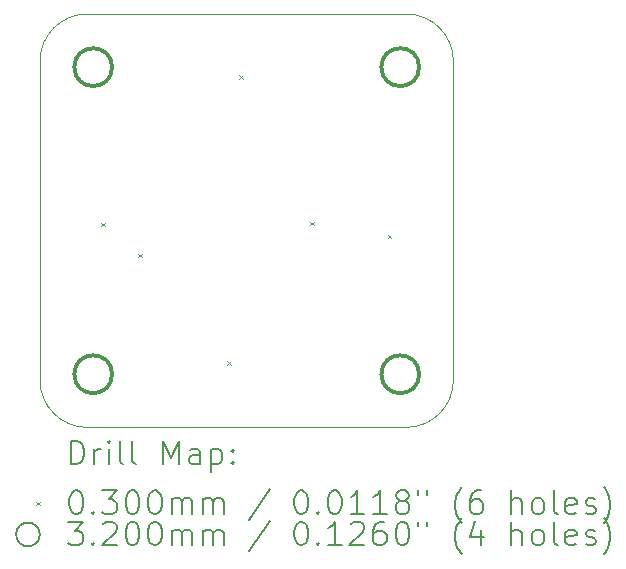
<source format=gbr>
%TF.GenerationSoftware,KiCad,Pcbnew,9.0.3*%
%TF.CreationDate,2025-08-26T16:33:49-07:00*%
%TF.ProjectId,i2c_breakout,6932635f-6272-4656-916b-6f75742e6b69,v1.0.0*%
%TF.SameCoordinates,Original*%
%TF.FileFunction,Drillmap*%
%TF.FilePolarity,Positive*%
%FSLAX45Y45*%
G04 Gerber Fmt 4.5, Leading zero omitted, Abs format (unit mm)*
G04 Created by KiCad (PCBNEW 9.0.3) date 2025-08-26 16:33:49*
%MOMM*%
%LPD*%
G01*
G04 APERTURE LIST*
%ADD10C,0.050000*%
%ADD11C,0.200000*%
%ADD12C,0.100000*%
%ADD13C,0.320000*%
G04 APERTURE END LIST*
D10*
X12700000Y-8300000D02*
G75*
G02*
X12300000Y-7900000I0J400000D01*
G01*
X15400000Y-8300000D02*
X12700000Y-8300000D01*
X12300000Y-7900000D02*
X12300000Y-5200000D01*
X15400000Y-4800000D02*
G75*
G02*
X15800000Y-5200000I0J-400000D01*
G01*
X12700000Y-4800000D02*
X15400000Y-4800000D01*
X12300000Y-5200000D02*
G75*
G02*
X12700000Y-4800000I400000J0D01*
G01*
X15800000Y-5200000D02*
X15800000Y-7900000D01*
X15800000Y-7900000D02*
G75*
G02*
X15400000Y-8300000I-400000J0D01*
G01*
D11*
D12*
X12817500Y-6568750D02*
X12847500Y-6598750D01*
X12847500Y-6568750D02*
X12817500Y-6598750D01*
X13132500Y-6828750D02*
X13162500Y-6858750D01*
X13162500Y-6828750D02*
X13132500Y-6858750D01*
X13885000Y-7738750D02*
X13915000Y-7768750D01*
X13915000Y-7738750D02*
X13885000Y-7768750D01*
X13985000Y-5318750D02*
X14015000Y-5348750D01*
X14015000Y-5318750D02*
X13985000Y-5348750D01*
X14590000Y-6558750D02*
X14620000Y-6588750D01*
X14620000Y-6558750D02*
X14590000Y-6588750D01*
X15242500Y-6668750D02*
X15272500Y-6698750D01*
X15272500Y-6668750D02*
X15242500Y-6698750D01*
D13*
X12910000Y-5250000D02*
G75*
G02*
X12590000Y-5250000I-160000J0D01*
G01*
X12590000Y-5250000D02*
G75*
G02*
X12910000Y-5250000I160000J0D01*
G01*
X12910000Y-7850000D02*
G75*
G02*
X12590000Y-7850000I-160000J0D01*
G01*
X12590000Y-7850000D02*
G75*
G02*
X12910000Y-7850000I160000J0D01*
G01*
X15510000Y-5250000D02*
G75*
G02*
X15190000Y-5250000I-160000J0D01*
G01*
X15190000Y-5250000D02*
G75*
G02*
X15510000Y-5250000I160000J0D01*
G01*
X15510000Y-7850000D02*
G75*
G02*
X15190000Y-7850000I-160000J0D01*
G01*
X15190000Y-7850000D02*
G75*
G02*
X15510000Y-7850000I160000J0D01*
G01*
D11*
X12558277Y-8613984D02*
X12558277Y-8413984D01*
X12558277Y-8413984D02*
X12605896Y-8413984D01*
X12605896Y-8413984D02*
X12634467Y-8423508D01*
X12634467Y-8423508D02*
X12653515Y-8442555D01*
X12653515Y-8442555D02*
X12663039Y-8461603D01*
X12663039Y-8461603D02*
X12672562Y-8499698D01*
X12672562Y-8499698D02*
X12672562Y-8528270D01*
X12672562Y-8528270D02*
X12663039Y-8566365D01*
X12663039Y-8566365D02*
X12653515Y-8585412D01*
X12653515Y-8585412D02*
X12634467Y-8604460D01*
X12634467Y-8604460D02*
X12605896Y-8613984D01*
X12605896Y-8613984D02*
X12558277Y-8613984D01*
X12758277Y-8613984D02*
X12758277Y-8480650D01*
X12758277Y-8518746D02*
X12767801Y-8499698D01*
X12767801Y-8499698D02*
X12777324Y-8490174D01*
X12777324Y-8490174D02*
X12796372Y-8480650D01*
X12796372Y-8480650D02*
X12815420Y-8480650D01*
X12882086Y-8613984D02*
X12882086Y-8480650D01*
X12882086Y-8413984D02*
X12872562Y-8423508D01*
X12872562Y-8423508D02*
X12882086Y-8433031D01*
X12882086Y-8433031D02*
X12891610Y-8423508D01*
X12891610Y-8423508D02*
X12882086Y-8413984D01*
X12882086Y-8413984D02*
X12882086Y-8433031D01*
X13005896Y-8613984D02*
X12986848Y-8604460D01*
X12986848Y-8604460D02*
X12977324Y-8585412D01*
X12977324Y-8585412D02*
X12977324Y-8413984D01*
X13110658Y-8613984D02*
X13091610Y-8604460D01*
X13091610Y-8604460D02*
X13082086Y-8585412D01*
X13082086Y-8585412D02*
X13082086Y-8413984D01*
X13339229Y-8613984D02*
X13339229Y-8413984D01*
X13339229Y-8413984D02*
X13405896Y-8556841D01*
X13405896Y-8556841D02*
X13472562Y-8413984D01*
X13472562Y-8413984D02*
X13472562Y-8613984D01*
X13653515Y-8613984D02*
X13653515Y-8509222D01*
X13653515Y-8509222D02*
X13643991Y-8490174D01*
X13643991Y-8490174D02*
X13624943Y-8480650D01*
X13624943Y-8480650D02*
X13586848Y-8480650D01*
X13586848Y-8480650D02*
X13567801Y-8490174D01*
X13653515Y-8604460D02*
X13634467Y-8613984D01*
X13634467Y-8613984D02*
X13586848Y-8613984D01*
X13586848Y-8613984D02*
X13567801Y-8604460D01*
X13567801Y-8604460D02*
X13558277Y-8585412D01*
X13558277Y-8585412D02*
X13558277Y-8566365D01*
X13558277Y-8566365D02*
X13567801Y-8547317D01*
X13567801Y-8547317D02*
X13586848Y-8537793D01*
X13586848Y-8537793D02*
X13634467Y-8537793D01*
X13634467Y-8537793D02*
X13653515Y-8528270D01*
X13748753Y-8480650D02*
X13748753Y-8680650D01*
X13748753Y-8490174D02*
X13767801Y-8480650D01*
X13767801Y-8480650D02*
X13805896Y-8480650D01*
X13805896Y-8480650D02*
X13824943Y-8490174D01*
X13824943Y-8490174D02*
X13834467Y-8499698D01*
X13834467Y-8499698D02*
X13843991Y-8518746D01*
X13843991Y-8518746D02*
X13843991Y-8575889D01*
X13843991Y-8575889D02*
X13834467Y-8594936D01*
X13834467Y-8594936D02*
X13824943Y-8604460D01*
X13824943Y-8604460D02*
X13805896Y-8613984D01*
X13805896Y-8613984D02*
X13767801Y-8613984D01*
X13767801Y-8613984D02*
X13748753Y-8604460D01*
X13929705Y-8594936D02*
X13939229Y-8604460D01*
X13939229Y-8604460D02*
X13929705Y-8613984D01*
X13929705Y-8613984D02*
X13920182Y-8604460D01*
X13920182Y-8604460D02*
X13929705Y-8594936D01*
X13929705Y-8594936D02*
X13929705Y-8613984D01*
X13929705Y-8490174D02*
X13939229Y-8499698D01*
X13939229Y-8499698D02*
X13929705Y-8509222D01*
X13929705Y-8509222D02*
X13920182Y-8499698D01*
X13920182Y-8499698D02*
X13929705Y-8490174D01*
X13929705Y-8490174D02*
X13929705Y-8509222D01*
D12*
X12267500Y-8927500D02*
X12297500Y-8957500D01*
X12297500Y-8927500D02*
X12267500Y-8957500D01*
D11*
X12596372Y-8833984D02*
X12615420Y-8833984D01*
X12615420Y-8833984D02*
X12634467Y-8843508D01*
X12634467Y-8843508D02*
X12643991Y-8853031D01*
X12643991Y-8853031D02*
X12653515Y-8872079D01*
X12653515Y-8872079D02*
X12663039Y-8910174D01*
X12663039Y-8910174D02*
X12663039Y-8957793D01*
X12663039Y-8957793D02*
X12653515Y-8995889D01*
X12653515Y-8995889D02*
X12643991Y-9014936D01*
X12643991Y-9014936D02*
X12634467Y-9024460D01*
X12634467Y-9024460D02*
X12615420Y-9033984D01*
X12615420Y-9033984D02*
X12596372Y-9033984D01*
X12596372Y-9033984D02*
X12577324Y-9024460D01*
X12577324Y-9024460D02*
X12567801Y-9014936D01*
X12567801Y-9014936D02*
X12558277Y-8995889D01*
X12558277Y-8995889D02*
X12548753Y-8957793D01*
X12548753Y-8957793D02*
X12548753Y-8910174D01*
X12548753Y-8910174D02*
X12558277Y-8872079D01*
X12558277Y-8872079D02*
X12567801Y-8853031D01*
X12567801Y-8853031D02*
X12577324Y-8843508D01*
X12577324Y-8843508D02*
X12596372Y-8833984D01*
X12748753Y-9014936D02*
X12758277Y-9024460D01*
X12758277Y-9024460D02*
X12748753Y-9033984D01*
X12748753Y-9033984D02*
X12739229Y-9024460D01*
X12739229Y-9024460D02*
X12748753Y-9014936D01*
X12748753Y-9014936D02*
X12748753Y-9033984D01*
X12824943Y-8833984D02*
X12948753Y-8833984D01*
X12948753Y-8833984D02*
X12882086Y-8910174D01*
X12882086Y-8910174D02*
X12910658Y-8910174D01*
X12910658Y-8910174D02*
X12929705Y-8919698D01*
X12929705Y-8919698D02*
X12939229Y-8929222D01*
X12939229Y-8929222D02*
X12948753Y-8948270D01*
X12948753Y-8948270D02*
X12948753Y-8995889D01*
X12948753Y-8995889D02*
X12939229Y-9014936D01*
X12939229Y-9014936D02*
X12929705Y-9024460D01*
X12929705Y-9024460D02*
X12910658Y-9033984D01*
X12910658Y-9033984D02*
X12853515Y-9033984D01*
X12853515Y-9033984D02*
X12834467Y-9024460D01*
X12834467Y-9024460D02*
X12824943Y-9014936D01*
X13072562Y-8833984D02*
X13091610Y-8833984D01*
X13091610Y-8833984D02*
X13110658Y-8843508D01*
X13110658Y-8843508D02*
X13120182Y-8853031D01*
X13120182Y-8853031D02*
X13129705Y-8872079D01*
X13129705Y-8872079D02*
X13139229Y-8910174D01*
X13139229Y-8910174D02*
X13139229Y-8957793D01*
X13139229Y-8957793D02*
X13129705Y-8995889D01*
X13129705Y-8995889D02*
X13120182Y-9014936D01*
X13120182Y-9014936D02*
X13110658Y-9024460D01*
X13110658Y-9024460D02*
X13091610Y-9033984D01*
X13091610Y-9033984D02*
X13072562Y-9033984D01*
X13072562Y-9033984D02*
X13053515Y-9024460D01*
X13053515Y-9024460D02*
X13043991Y-9014936D01*
X13043991Y-9014936D02*
X13034467Y-8995889D01*
X13034467Y-8995889D02*
X13024943Y-8957793D01*
X13024943Y-8957793D02*
X13024943Y-8910174D01*
X13024943Y-8910174D02*
X13034467Y-8872079D01*
X13034467Y-8872079D02*
X13043991Y-8853031D01*
X13043991Y-8853031D02*
X13053515Y-8843508D01*
X13053515Y-8843508D02*
X13072562Y-8833984D01*
X13263039Y-8833984D02*
X13282086Y-8833984D01*
X13282086Y-8833984D02*
X13301134Y-8843508D01*
X13301134Y-8843508D02*
X13310658Y-8853031D01*
X13310658Y-8853031D02*
X13320182Y-8872079D01*
X13320182Y-8872079D02*
X13329705Y-8910174D01*
X13329705Y-8910174D02*
X13329705Y-8957793D01*
X13329705Y-8957793D02*
X13320182Y-8995889D01*
X13320182Y-8995889D02*
X13310658Y-9014936D01*
X13310658Y-9014936D02*
X13301134Y-9024460D01*
X13301134Y-9024460D02*
X13282086Y-9033984D01*
X13282086Y-9033984D02*
X13263039Y-9033984D01*
X13263039Y-9033984D02*
X13243991Y-9024460D01*
X13243991Y-9024460D02*
X13234467Y-9014936D01*
X13234467Y-9014936D02*
X13224943Y-8995889D01*
X13224943Y-8995889D02*
X13215420Y-8957793D01*
X13215420Y-8957793D02*
X13215420Y-8910174D01*
X13215420Y-8910174D02*
X13224943Y-8872079D01*
X13224943Y-8872079D02*
X13234467Y-8853031D01*
X13234467Y-8853031D02*
X13243991Y-8843508D01*
X13243991Y-8843508D02*
X13263039Y-8833984D01*
X13415420Y-9033984D02*
X13415420Y-8900650D01*
X13415420Y-8919698D02*
X13424943Y-8910174D01*
X13424943Y-8910174D02*
X13443991Y-8900650D01*
X13443991Y-8900650D02*
X13472563Y-8900650D01*
X13472563Y-8900650D02*
X13491610Y-8910174D01*
X13491610Y-8910174D02*
X13501134Y-8929222D01*
X13501134Y-8929222D02*
X13501134Y-9033984D01*
X13501134Y-8929222D02*
X13510658Y-8910174D01*
X13510658Y-8910174D02*
X13529705Y-8900650D01*
X13529705Y-8900650D02*
X13558277Y-8900650D01*
X13558277Y-8900650D02*
X13577324Y-8910174D01*
X13577324Y-8910174D02*
X13586848Y-8929222D01*
X13586848Y-8929222D02*
X13586848Y-9033984D01*
X13682086Y-9033984D02*
X13682086Y-8900650D01*
X13682086Y-8919698D02*
X13691610Y-8910174D01*
X13691610Y-8910174D02*
X13710658Y-8900650D01*
X13710658Y-8900650D02*
X13739229Y-8900650D01*
X13739229Y-8900650D02*
X13758277Y-8910174D01*
X13758277Y-8910174D02*
X13767801Y-8929222D01*
X13767801Y-8929222D02*
X13767801Y-9033984D01*
X13767801Y-8929222D02*
X13777324Y-8910174D01*
X13777324Y-8910174D02*
X13796372Y-8900650D01*
X13796372Y-8900650D02*
X13824943Y-8900650D01*
X13824943Y-8900650D02*
X13843991Y-8910174D01*
X13843991Y-8910174D02*
X13853515Y-8929222D01*
X13853515Y-8929222D02*
X13853515Y-9033984D01*
X14243991Y-8824460D02*
X14072563Y-9081603D01*
X14501134Y-8833984D02*
X14520182Y-8833984D01*
X14520182Y-8833984D02*
X14539229Y-8843508D01*
X14539229Y-8843508D02*
X14548753Y-8853031D01*
X14548753Y-8853031D02*
X14558277Y-8872079D01*
X14558277Y-8872079D02*
X14567801Y-8910174D01*
X14567801Y-8910174D02*
X14567801Y-8957793D01*
X14567801Y-8957793D02*
X14558277Y-8995889D01*
X14558277Y-8995889D02*
X14548753Y-9014936D01*
X14548753Y-9014936D02*
X14539229Y-9024460D01*
X14539229Y-9024460D02*
X14520182Y-9033984D01*
X14520182Y-9033984D02*
X14501134Y-9033984D01*
X14501134Y-9033984D02*
X14482086Y-9024460D01*
X14482086Y-9024460D02*
X14472563Y-9014936D01*
X14472563Y-9014936D02*
X14463039Y-8995889D01*
X14463039Y-8995889D02*
X14453515Y-8957793D01*
X14453515Y-8957793D02*
X14453515Y-8910174D01*
X14453515Y-8910174D02*
X14463039Y-8872079D01*
X14463039Y-8872079D02*
X14472563Y-8853031D01*
X14472563Y-8853031D02*
X14482086Y-8843508D01*
X14482086Y-8843508D02*
X14501134Y-8833984D01*
X14653515Y-9014936D02*
X14663039Y-9024460D01*
X14663039Y-9024460D02*
X14653515Y-9033984D01*
X14653515Y-9033984D02*
X14643991Y-9024460D01*
X14643991Y-9024460D02*
X14653515Y-9014936D01*
X14653515Y-9014936D02*
X14653515Y-9033984D01*
X14786848Y-8833984D02*
X14805896Y-8833984D01*
X14805896Y-8833984D02*
X14824944Y-8843508D01*
X14824944Y-8843508D02*
X14834467Y-8853031D01*
X14834467Y-8853031D02*
X14843991Y-8872079D01*
X14843991Y-8872079D02*
X14853515Y-8910174D01*
X14853515Y-8910174D02*
X14853515Y-8957793D01*
X14853515Y-8957793D02*
X14843991Y-8995889D01*
X14843991Y-8995889D02*
X14834467Y-9014936D01*
X14834467Y-9014936D02*
X14824944Y-9024460D01*
X14824944Y-9024460D02*
X14805896Y-9033984D01*
X14805896Y-9033984D02*
X14786848Y-9033984D01*
X14786848Y-9033984D02*
X14767801Y-9024460D01*
X14767801Y-9024460D02*
X14758277Y-9014936D01*
X14758277Y-9014936D02*
X14748753Y-8995889D01*
X14748753Y-8995889D02*
X14739229Y-8957793D01*
X14739229Y-8957793D02*
X14739229Y-8910174D01*
X14739229Y-8910174D02*
X14748753Y-8872079D01*
X14748753Y-8872079D02*
X14758277Y-8853031D01*
X14758277Y-8853031D02*
X14767801Y-8843508D01*
X14767801Y-8843508D02*
X14786848Y-8833984D01*
X15043991Y-9033984D02*
X14929706Y-9033984D01*
X14986848Y-9033984D02*
X14986848Y-8833984D01*
X14986848Y-8833984D02*
X14967801Y-8862555D01*
X14967801Y-8862555D02*
X14948753Y-8881603D01*
X14948753Y-8881603D02*
X14929706Y-8891127D01*
X15234467Y-9033984D02*
X15120182Y-9033984D01*
X15177325Y-9033984D02*
X15177325Y-8833984D01*
X15177325Y-8833984D02*
X15158277Y-8862555D01*
X15158277Y-8862555D02*
X15139229Y-8881603D01*
X15139229Y-8881603D02*
X15120182Y-8891127D01*
X15348753Y-8919698D02*
X15329706Y-8910174D01*
X15329706Y-8910174D02*
X15320182Y-8900650D01*
X15320182Y-8900650D02*
X15310658Y-8881603D01*
X15310658Y-8881603D02*
X15310658Y-8872079D01*
X15310658Y-8872079D02*
X15320182Y-8853031D01*
X15320182Y-8853031D02*
X15329706Y-8843508D01*
X15329706Y-8843508D02*
X15348753Y-8833984D01*
X15348753Y-8833984D02*
X15386848Y-8833984D01*
X15386848Y-8833984D02*
X15405896Y-8843508D01*
X15405896Y-8843508D02*
X15415420Y-8853031D01*
X15415420Y-8853031D02*
X15424944Y-8872079D01*
X15424944Y-8872079D02*
X15424944Y-8881603D01*
X15424944Y-8881603D02*
X15415420Y-8900650D01*
X15415420Y-8900650D02*
X15405896Y-8910174D01*
X15405896Y-8910174D02*
X15386848Y-8919698D01*
X15386848Y-8919698D02*
X15348753Y-8919698D01*
X15348753Y-8919698D02*
X15329706Y-8929222D01*
X15329706Y-8929222D02*
X15320182Y-8938746D01*
X15320182Y-8938746D02*
X15310658Y-8957793D01*
X15310658Y-8957793D02*
X15310658Y-8995889D01*
X15310658Y-8995889D02*
X15320182Y-9014936D01*
X15320182Y-9014936D02*
X15329706Y-9024460D01*
X15329706Y-9024460D02*
X15348753Y-9033984D01*
X15348753Y-9033984D02*
X15386848Y-9033984D01*
X15386848Y-9033984D02*
X15405896Y-9024460D01*
X15405896Y-9024460D02*
X15415420Y-9014936D01*
X15415420Y-9014936D02*
X15424944Y-8995889D01*
X15424944Y-8995889D02*
X15424944Y-8957793D01*
X15424944Y-8957793D02*
X15415420Y-8938746D01*
X15415420Y-8938746D02*
X15405896Y-8929222D01*
X15405896Y-8929222D02*
X15386848Y-8919698D01*
X15501134Y-8833984D02*
X15501134Y-8872079D01*
X15577325Y-8833984D02*
X15577325Y-8872079D01*
X15872563Y-9110174D02*
X15863039Y-9100650D01*
X15863039Y-9100650D02*
X15843991Y-9072079D01*
X15843991Y-9072079D02*
X15834468Y-9053031D01*
X15834468Y-9053031D02*
X15824944Y-9024460D01*
X15824944Y-9024460D02*
X15815420Y-8976841D01*
X15815420Y-8976841D02*
X15815420Y-8938746D01*
X15815420Y-8938746D02*
X15824944Y-8891127D01*
X15824944Y-8891127D02*
X15834468Y-8862555D01*
X15834468Y-8862555D02*
X15843991Y-8843508D01*
X15843991Y-8843508D02*
X15863039Y-8814936D01*
X15863039Y-8814936D02*
X15872563Y-8805412D01*
X16034468Y-8833984D02*
X15996372Y-8833984D01*
X15996372Y-8833984D02*
X15977325Y-8843508D01*
X15977325Y-8843508D02*
X15967801Y-8853031D01*
X15967801Y-8853031D02*
X15948753Y-8881603D01*
X15948753Y-8881603D02*
X15939229Y-8919698D01*
X15939229Y-8919698D02*
X15939229Y-8995889D01*
X15939229Y-8995889D02*
X15948753Y-9014936D01*
X15948753Y-9014936D02*
X15958277Y-9024460D01*
X15958277Y-9024460D02*
X15977325Y-9033984D01*
X15977325Y-9033984D02*
X16015420Y-9033984D01*
X16015420Y-9033984D02*
X16034468Y-9024460D01*
X16034468Y-9024460D02*
X16043991Y-9014936D01*
X16043991Y-9014936D02*
X16053515Y-8995889D01*
X16053515Y-8995889D02*
X16053515Y-8948270D01*
X16053515Y-8948270D02*
X16043991Y-8929222D01*
X16043991Y-8929222D02*
X16034468Y-8919698D01*
X16034468Y-8919698D02*
X16015420Y-8910174D01*
X16015420Y-8910174D02*
X15977325Y-8910174D01*
X15977325Y-8910174D02*
X15958277Y-8919698D01*
X15958277Y-8919698D02*
X15948753Y-8929222D01*
X15948753Y-8929222D02*
X15939229Y-8948270D01*
X16291610Y-9033984D02*
X16291610Y-8833984D01*
X16377325Y-9033984D02*
X16377325Y-8929222D01*
X16377325Y-8929222D02*
X16367801Y-8910174D01*
X16367801Y-8910174D02*
X16348753Y-8900650D01*
X16348753Y-8900650D02*
X16320182Y-8900650D01*
X16320182Y-8900650D02*
X16301134Y-8910174D01*
X16301134Y-8910174D02*
X16291610Y-8919698D01*
X16501134Y-9033984D02*
X16482087Y-9024460D01*
X16482087Y-9024460D02*
X16472563Y-9014936D01*
X16472563Y-9014936D02*
X16463039Y-8995889D01*
X16463039Y-8995889D02*
X16463039Y-8938746D01*
X16463039Y-8938746D02*
X16472563Y-8919698D01*
X16472563Y-8919698D02*
X16482087Y-8910174D01*
X16482087Y-8910174D02*
X16501134Y-8900650D01*
X16501134Y-8900650D02*
X16529706Y-8900650D01*
X16529706Y-8900650D02*
X16548753Y-8910174D01*
X16548753Y-8910174D02*
X16558277Y-8919698D01*
X16558277Y-8919698D02*
X16567801Y-8938746D01*
X16567801Y-8938746D02*
X16567801Y-8995889D01*
X16567801Y-8995889D02*
X16558277Y-9014936D01*
X16558277Y-9014936D02*
X16548753Y-9024460D01*
X16548753Y-9024460D02*
X16529706Y-9033984D01*
X16529706Y-9033984D02*
X16501134Y-9033984D01*
X16682087Y-9033984D02*
X16663039Y-9024460D01*
X16663039Y-9024460D02*
X16653515Y-9005412D01*
X16653515Y-9005412D02*
X16653515Y-8833984D01*
X16834468Y-9024460D02*
X16815420Y-9033984D01*
X16815420Y-9033984D02*
X16777325Y-9033984D01*
X16777325Y-9033984D02*
X16758277Y-9024460D01*
X16758277Y-9024460D02*
X16748753Y-9005412D01*
X16748753Y-9005412D02*
X16748753Y-8929222D01*
X16748753Y-8929222D02*
X16758277Y-8910174D01*
X16758277Y-8910174D02*
X16777325Y-8900650D01*
X16777325Y-8900650D02*
X16815420Y-8900650D01*
X16815420Y-8900650D02*
X16834468Y-8910174D01*
X16834468Y-8910174D02*
X16843992Y-8929222D01*
X16843992Y-8929222D02*
X16843992Y-8948270D01*
X16843992Y-8948270D02*
X16748753Y-8967317D01*
X16920182Y-9024460D02*
X16939230Y-9033984D01*
X16939230Y-9033984D02*
X16977325Y-9033984D01*
X16977325Y-9033984D02*
X16996373Y-9024460D01*
X16996373Y-9024460D02*
X17005896Y-9005412D01*
X17005896Y-9005412D02*
X17005896Y-8995889D01*
X17005896Y-8995889D02*
X16996373Y-8976841D01*
X16996373Y-8976841D02*
X16977325Y-8967317D01*
X16977325Y-8967317D02*
X16948753Y-8967317D01*
X16948753Y-8967317D02*
X16929706Y-8957793D01*
X16929706Y-8957793D02*
X16920182Y-8938746D01*
X16920182Y-8938746D02*
X16920182Y-8929222D01*
X16920182Y-8929222D02*
X16929706Y-8910174D01*
X16929706Y-8910174D02*
X16948753Y-8900650D01*
X16948753Y-8900650D02*
X16977325Y-8900650D01*
X16977325Y-8900650D02*
X16996373Y-8910174D01*
X17072563Y-9110174D02*
X17082087Y-9100650D01*
X17082087Y-9100650D02*
X17101134Y-9072079D01*
X17101134Y-9072079D02*
X17110658Y-9053031D01*
X17110658Y-9053031D02*
X17120182Y-9024460D01*
X17120182Y-9024460D02*
X17129706Y-8976841D01*
X17129706Y-8976841D02*
X17129706Y-8938746D01*
X17129706Y-8938746D02*
X17120182Y-8891127D01*
X17120182Y-8891127D02*
X17110658Y-8862555D01*
X17110658Y-8862555D02*
X17101134Y-8843508D01*
X17101134Y-8843508D02*
X17082087Y-8814936D01*
X17082087Y-8814936D02*
X17072563Y-8805412D01*
X12297500Y-9206500D02*
G75*
G02*
X12097500Y-9206500I-100000J0D01*
G01*
X12097500Y-9206500D02*
G75*
G02*
X12297500Y-9206500I100000J0D01*
G01*
X12539229Y-9097984D02*
X12663039Y-9097984D01*
X12663039Y-9097984D02*
X12596372Y-9174174D01*
X12596372Y-9174174D02*
X12624943Y-9174174D01*
X12624943Y-9174174D02*
X12643991Y-9183698D01*
X12643991Y-9183698D02*
X12653515Y-9193222D01*
X12653515Y-9193222D02*
X12663039Y-9212270D01*
X12663039Y-9212270D02*
X12663039Y-9259889D01*
X12663039Y-9259889D02*
X12653515Y-9278936D01*
X12653515Y-9278936D02*
X12643991Y-9288460D01*
X12643991Y-9288460D02*
X12624943Y-9297984D01*
X12624943Y-9297984D02*
X12567801Y-9297984D01*
X12567801Y-9297984D02*
X12548753Y-9288460D01*
X12548753Y-9288460D02*
X12539229Y-9278936D01*
X12748753Y-9278936D02*
X12758277Y-9288460D01*
X12758277Y-9288460D02*
X12748753Y-9297984D01*
X12748753Y-9297984D02*
X12739229Y-9288460D01*
X12739229Y-9288460D02*
X12748753Y-9278936D01*
X12748753Y-9278936D02*
X12748753Y-9297984D01*
X12834467Y-9117031D02*
X12843991Y-9107508D01*
X12843991Y-9107508D02*
X12863039Y-9097984D01*
X12863039Y-9097984D02*
X12910658Y-9097984D01*
X12910658Y-9097984D02*
X12929705Y-9107508D01*
X12929705Y-9107508D02*
X12939229Y-9117031D01*
X12939229Y-9117031D02*
X12948753Y-9136079D01*
X12948753Y-9136079D02*
X12948753Y-9155127D01*
X12948753Y-9155127D02*
X12939229Y-9183698D01*
X12939229Y-9183698D02*
X12824943Y-9297984D01*
X12824943Y-9297984D02*
X12948753Y-9297984D01*
X13072562Y-9097984D02*
X13091610Y-9097984D01*
X13091610Y-9097984D02*
X13110658Y-9107508D01*
X13110658Y-9107508D02*
X13120182Y-9117031D01*
X13120182Y-9117031D02*
X13129705Y-9136079D01*
X13129705Y-9136079D02*
X13139229Y-9174174D01*
X13139229Y-9174174D02*
X13139229Y-9221793D01*
X13139229Y-9221793D02*
X13129705Y-9259889D01*
X13129705Y-9259889D02*
X13120182Y-9278936D01*
X13120182Y-9278936D02*
X13110658Y-9288460D01*
X13110658Y-9288460D02*
X13091610Y-9297984D01*
X13091610Y-9297984D02*
X13072562Y-9297984D01*
X13072562Y-9297984D02*
X13053515Y-9288460D01*
X13053515Y-9288460D02*
X13043991Y-9278936D01*
X13043991Y-9278936D02*
X13034467Y-9259889D01*
X13034467Y-9259889D02*
X13024943Y-9221793D01*
X13024943Y-9221793D02*
X13024943Y-9174174D01*
X13024943Y-9174174D02*
X13034467Y-9136079D01*
X13034467Y-9136079D02*
X13043991Y-9117031D01*
X13043991Y-9117031D02*
X13053515Y-9107508D01*
X13053515Y-9107508D02*
X13072562Y-9097984D01*
X13263039Y-9097984D02*
X13282086Y-9097984D01*
X13282086Y-9097984D02*
X13301134Y-9107508D01*
X13301134Y-9107508D02*
X13310658Y-9117031D01*
X13310658Y-9117031D02*
X13320182Y-9136079D01*
X13320182Y-9136079D02*
X13329705Y-9174174D01*
X13329705Y-9174174D02*
X13329705Y-9221793D01*
X13329705Y-9221793D02*
X13320182Y-9259889D01*
X13320182Y-9259889D02*
X13310658Y-9278936D01*
X13310658Y-9278936D02*
X13301134Y-9288460D01*
X13301134Y-9288460D02*
X13282086Y-9297984D01*
X13282086Y-9297984D02*
X13263039Y-9297984D01*
X13263039Y-9297984D02*
X13243991Y-9288460D01*
X13243991Y-9288460D02*
X13234467Y-9278936D01*
X13234467Y-9278936D02*
X13224943Y-9259889D01*
X13224943Y-9259889D02*
X13215420Y-9221793D01*
X13215420Y-9221793D02*
X13215420Y-9174174D01*
X13215420Y-9174174D02*
X13224943Y-9136079D01*
X13224943Y-9136079D02*
X13234467Y-9117031D01*
X13234467Y-9117031D02*
X13243991Y-9107508D01*
X13243991Y-9107508D02*
X13263039Y-9097984D01*
X13415420Y-9297984D02*
X13415420Y-9164650D01*
X13415420Y-9183698D02*
X13424943Y-9174174D01*
X13424943Y-9174174D02*
X13443991Y-9164650D01*
X13443991Y-9164650D02*
X13472563Y-9164650D01*
X13472563Y-9164650D02*
X13491610Y-9174174D01*
X13491610Y-9174174D02*
X13501134Y-9193222D01*
X13501134Y-9193222D02*
X13501134Y-9297984D01*
X13501134Y-9193222D02*
X13510658Y-9174174D01*
X13510658Y-9174174D02*
X13529705Y-9164650D01*
X13529705Y-9164650D02*
X13558277Y-9164650D01*
X13558277Y-9164650D02*
X13577324Y-9174174D01*
X13577324Y-9174174D02*
X13586848Y-9193222D01*
X13586848Y-9193222D02*
X13586848Y-9297984D01*
X13682086Y-9297984D02*
X13682086Y-9164650D01*
X13682086Y-9183698D02*
X13691610Y-9174174D01*
X13691610Y-9174174D02*
X13710658Y-9164650D01*
X13710658Y-9164650D02*
X13739229Y-9164650D01*
X13739229Y-9164650D02*
X13758277Y-9174174D01*
X13758277Y-9174174D02*
X13767801Y-9193222D01*
X13767801Y-9193222D02*
X13767801Y-9297984D01*
X13767801Y-9193222D02*
X13777324Y-9174174D01*
X13777324Y-9174174D02*
X13796372Y-9164650D01*
X13796372Y-9164650D02*
X13824943Y-9164650D01*
X13824943Y-9164650D02*
X13843991Y-9174174D01*
X13843991Y-9174174D02*
X13853515Y-9193222D01*
X13853515Y-9193222D02*
X13853515Y-9297984D01*
X14243991Y-9088460D02*
X14072563Y-9345603D01*
X14501134Y-9097984D02*
X14520182Y-9097984D01*
X14520182Y-9097984D02*
X14539229Y-9107508D01*
X14539229Y-9107508D02*
X14548753Y-9117031D01*
X14548753Y-9117031D02*
X14558277Y-9136079D01*
X14558277Y-9136079D02*
X14567801Y-9174174D01*
X14567801Y-9174174D02*
X14567801Y-9221793D01*
X14567801Y-9221793D02*
X14558277Y-9259889D01*
X14558277Y-9259889D02*
X14548753Y-9278936D01*
X14548753Y-9278936D02*
X14539229Y-9288460D01*
X14539229Y-9288460D02*
X14520182Y-9297984D01*
X14520182Y-9297984D02*
X14501134Y-9297984D01*
X14501134Y-9297984D02*
X14482086Y-9288460D01*
X14482086Y-9288460D02*
X14472563Y-9278936D01*
X14472563Y-9278936D02*
X14463039Y-9259889D01*
X14463039Y-9259889D02*
X14453515Y-9221793D01*
X14453515Y-9221793D02*
X14453515Y-9174174D01*
X14453515Y-9174174D02*
X14463039Y-9136079D01*
X14463039Y-9136079D02*
X14472563Y-9117031D01*
X14472563Y-9117031D02*
X14482086Y-9107508D01*
X14482086Y-9107508D02*
X14501134Y-9097984D01*
X14653515Y-9278936D02*
X14663039Y-9288460D01*
X14663039Y-9288460D02*
X14653515Y-9297984D01*
X14653515Y-9297984D02*
X14643991Y-9288460D01*
X14643991Y-9288460D02*
X14653515Y-9278936D01*
X14653515Y-9278936D02*
X14653515Y-9297984D01*
X14853515Y-9297984D02*
X14739229Y-9297984D01*
X14796372Y-9297984D02*
X14796372Y-9097984D01*
X14796372Y-9097984D02*
X14777325Y-9126555D01*
X14777325Y-9126555D02*
X14758277Y-9145603D01*
X14758277Y-9145603D02*
X14739229Y-9155127D01*
X14929706Y-9117031D02*
X14939229Y-9107508D01*
X14939229Y-9107508D02*
X14958277Y-9097984D01*
X14958277Y-9097984D02*
X15005896Y-9097984D01*
X15005896Y-9097984D02*
X15024944Y-9107508D01*
X15024944Y-9107508D02*
X15034467Y-9117031D01*
X15034467Y-9117031D02*
X15043991Y-9136079D01*
X15043991Y-9136079D02*
X15043991Y-9155127D01*
X15043991Y-9155127D02*
X15034467Y-9183698D01*
X15034467Y-9183698D02*
X14920182Y-9297984D01*
X14920182Y-9297984D02*
X15043991Y-9297984D01*
X15215420Y-9097984D02*
X15177325Y-9097984D01*
X15177325Y-9097984D02*
X15158277Y-9107508D01*
X15158277Y-9107508D02*
X15148753Y-9117031D01*
X15148753Y-9117031D02*
X15129706Y-9145603D01*
X15129706Y-9145603D02*
X15120182Y-9183698D01*
X15120182Y-9183698D02*
X15120182Y-9259889D01*
X15120182Y-9259889D02*
X15129706Y-9278936D01*
X15129706Y-9278936D02*
X15139229Y-9288460D01*
X15139229Y-9288460D02*
X15158277Y-9297984D01*
X15158277Y-9297984D02*
X15196372Y-9297984D01*
X15196372Y-9297984D02*
X15215420Y-9288460D01*
X15215420Y-9288460D02*
X15224944Y-9278936D01*
X15224944Y-9278936D02*
X15234467Y-9259889D01*
X15234467Y-9259889D02*
X15234467Y-9212270D01*
X15234467Y-9212270D02*
X15224944Y-9193222D01*
X15224944Y-9193222D02*
X15215420Y-9183698D01*
X15215420Y-9183698D02*
X15196372Y-9174174D01*
X15196372Y-9174174D02*
X15158277Y-9174174D01*
X15158277Y-9174174D02*
X15139229Y-9183698D01*
X15139229Y-9183698D02*
X15129706Y-9193222D01*
X15129706Y-9193222D02*
X15120182Y-9212270D01*
X15358277Y-9097984D02*
X15377325Y-9097984D01*
X15377325Y-9097984D02*
X15396372Y-9107508D01*
X15396372Y-9107508D02*
X15405896Y-9117031D01*
X15405896Y-9117031D02*
X15415420Y-9136079D01*
X15415420Y-9136079D02*
X15424944Y-9174174D01*
X15424944Y-9174174D02*
X15424944Y-9221793D01*
X15424944Y-9221793D02*
X15415420Y-9259889D01*
X15415420Y-9259889D02*
X15405896Y-9278936D01*
X15405896Y-9278936D02*
X15396372Y-9288460D01*
X15396372Y-9288460D02*
X15377325Y-9297984D01*
X15377325Y-9297984D02*
X15358277Y-9297984D01*
X15358277Y-9297984D02*
X15339229Y-9288460D01*
X15339229Y-9288460D02*
X15329706Y-9278936D01*
X15329706Y-9278936D02*
X15320182Y-9259889D01*
X15320182Y-9259889D02*
X15310658Y-9221793D01*
X15310658Y-9221793D02*
X15310658Y-9174174D01*
X15310658Y-9174174D02*
X15320182Y-9136079D01*
X15320182Y-9136079D02*
X15329706Y-9117031D01*
X15329706Y-9117031D02*
X15339229Y-9107508D01*
X15339229Y-9107508D02*
X15358277Y-9097984D01*
X15501134Y-9097984D02*
X15501134Y-9136079D01*
X15577325Y-9097984D02*
X15577325Y-9136079D01*
X15872563Y-9374174D02*
X15863039Y-9364650D01*
X15863039Y-9364650D02*
X15843991Y-9336079D01*
X15843991Y-9336079D02*
X15834468Y-9317031D01*
X15834468Y-9317031D02*
X15824944Y-9288460D01*
X15824944Y-9288460D02*
X15815420Y-9240841D01*
X15815420Y-9240841D02*
X15815420Y-9202746D01*
X15815420Y-9202746D02*
X15824944Y-9155127D01*
X15824944Y-9155127D02*
X15834468Y-9126555D01*
X15834468Y-9126555D02*
X15843991Y-9107508D01*
X15843991Y-9107508D02*
X15863039Y-9078936D01*
X15863039Y-9078936D02*
X15872563Y-9069412D01*
X16034468Y-9164650D02*
X16034468Y-9297984D01*
X15986848Y-9088460D02*
X15939229Y-9231317D01*
X15939229Y-9231317D02*
X16063039Y-9231317D01*
X16291610Y-9297984D02*
X16291610Y-9097984D01*
X16377325Y-9297984D02*
X16377325Y-9193222D01*
X16377325Y-9193222D02*
X16367801Y-9174174D01*
X16367801Y-9174174D02*
X16348753Y-9164650D01*
X16348753Y-9164650D02*
X16320182Y-9164650D01*
X16320182Y-9164650D02*
X16301134Y-9174174D01*
X16301134Y-9174174D02*
X16291610Y-9183698D01*
X16501134Y-9297984D02*
X16482087Y-9288460D01*
X16482087Y-9288460D02*
X16472563Y-9278936D01*
X16472563Y-9278936D02*
X16463039Y-9259889D01*
X16463039Y-9259889D02*
X16463039Y-9202746D01*
X16463039Y-9202746D02*
X16472563Y-9183698D01*
X16472563Y-9183698D02*
X16482087Y-9174174D01*
X16482087Y-9174174D02*
X16501134Y-9164650D01*
X16501134Y-9164650D02*
X16529706Y-9164650D01*
X16529706Y-9164650D02*
X16548753Y-9174174D01*
X16548753Y-9174174D02*
X16558277Y-9183698D01*
X16558277Y-9183698D02*
X16567801Y-9202746D01*
X16567801Y-9202746D02*
X16567801Y-9259889D01*
X16567801Y-9259889D02*
X16558277Y-9278936D01*
X16558277Y-9278936D02*
X16548753Y-9288460D01*
X16548753Y-9288460D02*
X16529706Y-9297984D01*
X16529706Y-9297984D02*
X16501134Y-9297984D01*
X16682087Y-9297984D02*
X16663039Y-9288460D01*
X16663039Y-9288460D02*
X16653515Y-9269412D01*
X16653515Y-9269412D02*
X16653515Y-9097984D01*
X16834468Y-9288460D02*
X16815420Y-9297984D01*
X16815420Y-9297984D02*
X16777325Y-9297984D01*
X16777325Y-9297984D02*
X16758277Y-9288460D01*
X16758277Y-9288460D02*
X16748753Y-9269412D01*
X16748753Y-9269412D02*
X16748753Y-9193222D01*
X16748753Y-9193222D02*
X16758277Y-9174174D01*
X16758277Y-9174174D02*
X16777325Y-9164650D01*
X16777325Y-9164650D02*
X16815420Y-9164650D01*
X16815420Y-9164650D02*
X16834468Y-9174174D01*
X16834468Y-9174174D02*
X16843992Y-9193222D01*
X16843992Y-9193222D02*
X16843992Y-9212270D01*
X16843992Y-9212270D02*
X16748753Y-9231317D01*
X16920182Y-9288460D02*
X16939230Y-9297984D01*
X16939230Y-9297984D02*
X16977325Y-9297984D01*
X16977325Y-9297984D02*
X16996373Y-9288460D01*
X16996373Y-9288460D02*
X17005896Y-9269412D01*
X17005896Y-9269412D02*
X17005896Y-9259889D01*
X17005896Y-9259889D02*
X16996373Y-9240841D01*
X16996373Y-9240841D02*
X16977325Y-9231317D01*
X16977325Y-9231317D02*
X16948753Y-9231317D01*
X16948753Y-9231317D02*
X16929706Y-9221793D01*
X16929706Y-9221793D02*
X16920182Y-9202746D01*
X16920182Y-9202746D02*
X16920182Y-9193222D01*
X16920182Y-9193222D02*
X16929706Y-9174174D01*
X16929706Y-9174174D02*
X16948753Y-9164650D01*
X16948753Y-9164650D02*
X16977325Y-9164650D01*
X16977325Y-9164650D02*
X16996373Y-9174174D01*
X17072563Y-9374174D02*
X17082087Y-9364650D01*
X17082087Y-9364650D02*
X17101134Y-9336079D01*
X17101134Y-9336079D02*
X17110658Y-9317031D01*
X17110658Y-9317031D02*
X17120182Y-9288460D01*
X17120182Y-9288460D02*
X17129706Y-9240841D01*
X17129706Y-9240841D02*
X17129706Y-9202746D01*
X17129706Y-9202746D02*
X17120182Y-9155127D01*
X17120182Y-9155127D02*
X17110658Y-9126555D01*
X17110658Y-9126555D02*
X17101134Y-9107508D01*
X17101134Y-9107508D02*
X17082087Y-9078936D01*
X17082087Y-9078936D02*
X17072563Y-9069412D01*
M02*

</source>
